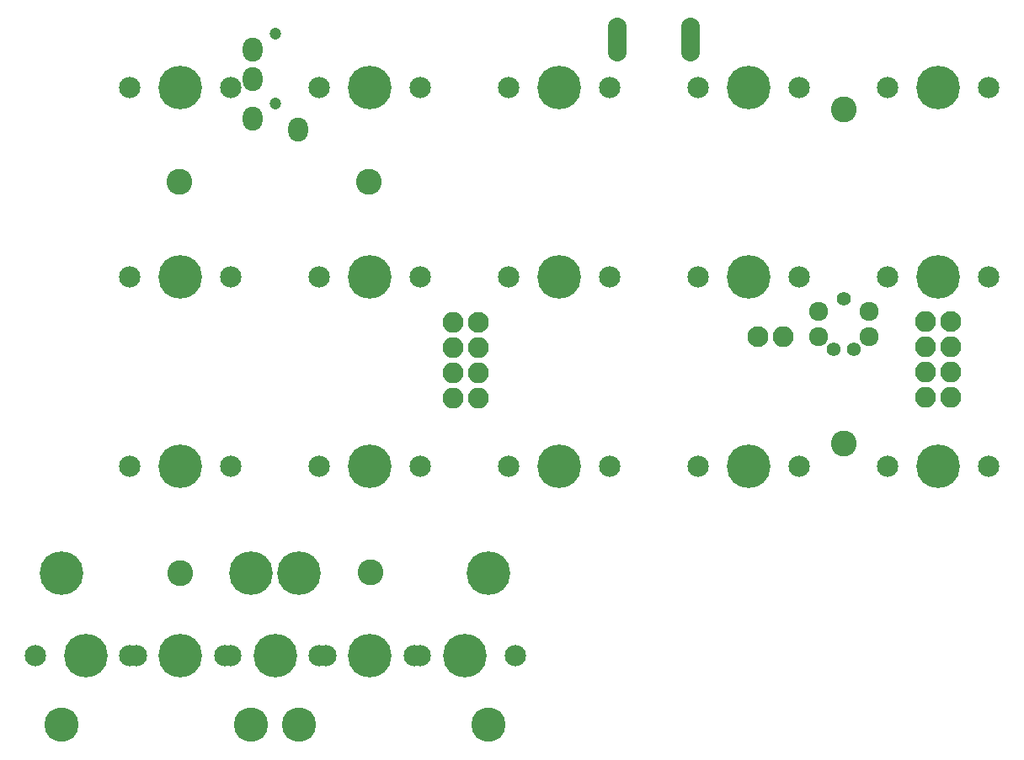
<source format=gts>
G04 #@! TF.FileFunction,Soldermask,Top*
%FSLAX46Y46*%
G04 Gerber Fmt 4.6, Leading zero omitted, Abs format (unit mm)*
G04 Created by KiCad (PCBNEW 4.0.7) date 06/12/18 21:15:04*
%MOMM*%
%LPD*%
G01*
G04 APERTURE LIST*
%ADD10C,0.100000*%
%ADD11C,2.100000*%
%ADD12O,2.100000X2.100000*%
%ADD13O,2.000000X2.400000*%
%ADD14C,1.200000*%
%ADD15C,4.387800*%
%ADD16C,2.150000*%
%ADD17O,1.900000X4.400000*%
%ADD18C,3.448000*%
%ADD19C,1.388060*%
%ADD20C,1.385520*%
%ADD21C,1.924000*%
%ADD22C,2.600000*%
G04 APERTURE END LIST*
D10*
D11*
X139300000Y-75720000D03*
D12*
X136760000Y-75720000D03*
X139300000Y-78260000D03*
X136760000Y-78260000D03*
X139300000Y-80800000D03*
X136760000Y-80800000D03*
X139300000Y-83340000D03*
X136760000Y-83340000D03*
D13*
X73650000Y-56450000D03*
X69050000Y-55350000D03*
X69050000Y-48350000D03*
D14*
X71350000Y-53750000D03*
X71350000Y-46750000D03*
D13*
X69050000Y-51350000D03*
D15*
X61812500Y-52143750D03*
D16*
X66892500Y-52143750D03*
X56732500Y-52143750D03*
D15*
X61812500Y-71193750D03*
D16*
X56732500Y-71193750D03*
X66892500Y-71193750D03*
D15*
X80862500Y-52143750D03*
D16*
X85942500Y-52143750D03*
X75782500Y-52143750D03*
D15*
X80862500Y-71193750D03*
D16*
X75782500Y-71193750D03*
X85942500Y-71193750D03*
D15*
X99912500Y-52143750D03*
D16*
X104992500Y-52143750D03*
X94832500Y-52143750D03*
D15*
X99912500Y-71193750D03*
D16*
X94832500Y-71193750D03*
X104992500Y-71193750D03*
D15*
X118962500Y-52143750D03*
D16*
X124042500Y-52143750D03*
X113882500Y-52143750D03*
D15*
X118962500Y-71193750D03*
D16*
X113882500Y-71193750D03*
X124042500Y-71193750D03*
D15*
X138012500Y-52143750D03*
D16*
X143092500Y-52143750D03*
X132932500Y-52143750D03*
D15*
X138012500Y-71193750D03*
D16*
X132932500Y-71193750D03*
X143092500Y-71193750D03*
D17*
X105780000Y-47360000D03*
X113080000Y-47360000D03*
D15*
X61812500Y-90243750D03*
D16*
X66892500Y-90243750D03*
X56732500Y-90243750D03*
D15*
X80862500Y-90243750D03*
D16*
X85942500Y-90243750D03*
X75782500Y-90243750D03*
D15*
X99912500Y-90243750D03*
D16*
X104992500Y-90243750D03*
X94832500Y-90243750D03*
D15*
X118962500Y-90243750D03*
D16*
X124042500Y-90243750D03*
X113882500Y-90243750D03*
D15*
X138012500Y-90243750D03*
D16*
X143092500Y-90243750D03*
X132932500Y-90243750D03*
D15*
X52287500Y-109293750D03*
D16*
X57367500Y-109293750D03*
X47207500Y-109293750D03*
D15*
X80862500Y-109293750D03*
D16*
X85942500Y-109293750D03*
X75782500Y-109293750D03*
D18*
X92800500Y-116278750D03*
X68924500Y-116278750D03*
D15*
X92800500Y-101038750D03*
X68924500Y-101038750D03*
X90387500Y-109293750D03*
D16*
X95467500Y-109293750D03*
X85307500Y-109293750D03*
D15*
X61812500Y-109293750D03*
D16*
X66892500Y-109293750D03*
X56732500Y-109293750D03*
D18*
X73750500Y-116278750D03*
X49874500Y-116278750D03*
D15*
X73750500Y-101038750D03*
X49874500Y-101038750D03*
X71337500Y-109293750D03*
D16*
X76417500Y-109293750D03*
X66257500Y-109293750D03*
D11*
X91730000Y-75760000D03*
D12*
X89190000Y-75760000D03*
X91730000Y-78300000D03*
X89190000Y-78300000D03*
X91730000Y-80840000D03*
X89190000Y-80840000D03*
X91730000Y-83380000D03*
X89190000Y-83380000D03*
D19*
X128500000Y-73430000D03*
D20*
X127484000Y-78510000D03*
X129516000Y-78510000D03*
D21*
X131040000Y-74700000D03*
X125960000Y-74700000D03*
X131040000Y-77240000D03*
X125960000Y-77240000D03*
D11*
X119900000Y-77200000D03*
D12*
X122440000Y-77200000D03*
D22*
X61800000Y-101000000D03*
X80900000Y-100950000D03*
X128500000Y-88000000D03*
X128500000Y-54400000D03*
X80800000Y-61650000D03*
X61750000Y-61650000D03*
M02*

</source>
